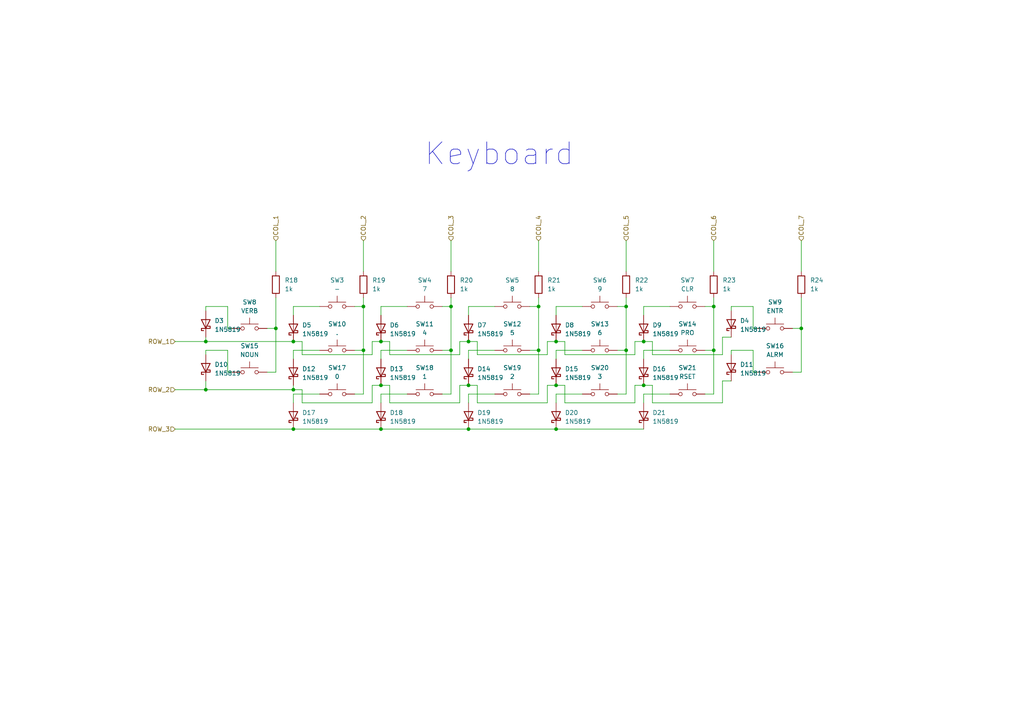
<source format=kicad_sch>
(kicad_sch (version 20250114) (generator "eeschema") (generator_version "9.0")
  (paper "A4")
  (lib_symbols
    (symbol "Device:D_Schottky" (pin_numbers (hide yes)) (pin_names (offset 1.016) (hide yes))
      (property "Reference" "D" (at 0 2.54 0))
      (property "Value" "D_Schottky" (at 0 -2.54 0))
      (symbol "D_Schottky_0_1"
        (polyline (pts (xy -1.905 0.635) (xy -1.905 1.27) (xy -1.27 1.27) (xy -1.27 -1.27) (xy -0.635 -1.27) (xy -0.635 -0.635)) (stroke (width 0.254)))
        (polyline (pts (xy 1.27 1.27) (xy 1.27 -1.27) (xy -1.27 0) (xy 1.27 1.27)) (stroke (width 0.254)))
        (polyline (pts (xy 1.27 0) (xy -1.27 0)))
      )
      (symbol "D_Schottky_1_1"
        (pin passive line (at -3.81 0 0) (length 2.54) (name "K") (number "1"))
        (pin passive line (at 3.81 0 180) (length 2.54) (name "A") (number "2"))
      )
    )
    (symbol "Device:R" (pin_numbers (hide yes)) (pin_names (offset 0))
      (property "Reference" "R" (at 2.032 0 90))
      (property "Value" "R" (at 0 0 90))
      (symbol "R_0_1"
        (rectangle (start -1.016 -2.54) (end 1.016 2.54) (stroke (width 0.254)))
      )
      (symbol "R_1_1"
        (pin passive line (at 0 3.81 270) (length 1.27) (name "~") (number "1"))
        (pin passive line (at 0 -3.81 90) (length 1.27) (name "~") (number "2"))
      )
    )
    (symbol "Switch:SW_Push" (pin_numbers (hide yes)) (pin_names (offset 1.016) (hide yes))
      (property "Reference" "SW" (at 1.27 2.54 0))
      (property "Value" "SW_Push" (at 0 -1.524 0))
      (symbol "SW_Push_0_1"
        (circle (center -2.032 0) (radius 0.508))
        (polyline (pts (xy 0 1.27) (xy 0 3.048)))
        (circle (center 2.032 0) (radius 0.508))
        (polyline (pts (xy 2.54 1.27) (xy -2.54 1.27)))
        (pin passive line (at -5.08 0 0) (length 2.54) (name "1") (number "1"))
        (pin passive line (at 5.08 0 180) (length 2.54) (name "2") (number "2"))
      )
    )
  )
  (text "Keyboard" (at 122.936 48.514 0) (effects (font (size 6.35 6.35)) (justify left bottom)))
  (junction (at 232.41 95.25))
  (junction (at 207.01 88.9))
  (junction (at 181.61 101.6))
  (junction (at 135.89 124.46))
  (junction (at 135.89 111.76))
  (junction (at 156.21 88.9))
  (junction (at 105.41 88.9))
  (junction (at 59.69 113.03))
  (junction (at 130.81 88.9))
  (junction (at 59.69 99.06))
  (junction (at 161.29 124.46))
  (junction (at 130.81 101.6))
  (junction (at 105.41 101.6))
  (junction (at 80.01 95.25))
  (junction (at 181.61 88.9))
  (junction (at 135.89 99.06))
  (junction (at 161.29 111.76))
  (junction (at 85.09 99.06))
  (junction (at 85.09 124.46))
  (junction (at 161.29 99.06))
  (junction (at 186.69 111.76))
  (junction (at 207.01 101.6))
  (junction (at 110.49 111.76))
  (junction (at 110.49 99.06))
  (junction (at 110.49 124.46))
  (junction (at 186.69 99.06))
  (junction (at 85.09 113.03))
  (junction (at 156.21 101.6))
  (wire (pts (xy 110.49 114.3) (xy 110.49 116.84)))
  (wire (pts (xy 184.15 99.06) (xy 186.69 99.06)))
  (wire (pts (xy 85.09 114.3) (xy 85.09 116.84)))
  (wire (pts (xy 130.81 88.9) (xy 130.81 101.6)))
  (wire (pts (xy 181.61 69.85) (xy 181.61 78.74)))
  (wire (pts (xy 161.29 99.06) (xy 163.83 99.06)))
  (wire (pts (xy 158.75 102.87) (xy 158.75 99.06)))
  (wire (pts (xy 186.69 114.3) (xy 186.69 116.84)))
  (wire (pts (xy 135.89 124.46) (xy 161.29 124.46)))
  (wire (pts (xy 163.83 116.84) (xy 184.15 116.84)))
  (wire (pts (xy 209.55 97.79) (xy 212.09 97.79)))
  (wire (pts (xy 179.07 101.6) (xy 181.61 101.6)))
  (wire (pts (xy 135.89 111.76) (xy 138.43 111.76)))
  (wire (pts (xy 85.09 88.9) (xy 85.09 91.44)))
  (wire (pts (xy 110.49 111.76) (xy 113.03 111.76)))
  (wire (pts (xy 59.69 110.49) (xy 59.69 113.03)))
  (wire (pts (xy 85.09 99.06) (xy 87.63 99.06)))
  (wire (pts (xy 87.63 113.03) (xy 87.63 116.84)))
  (wire (pts (xy 102.87 88.9) (xy 105.41 88.9)))
  (wire (pts (xy 209.55 110.49) (xy 209.55 116.84)))
  (wire (pts (xy 194.31 114.3) (xy 186.69 114.3)))
  (wire (pts (xy 181.61 88.9) (xy 181.61 101.6)))
  (wire (pts (xy 207.01 69.85) (xy 207.01 78.74)))
  (wire (pts (xy 66.04 101.6) (xy 59.69 101.6)))
  (wire (pts (xy 138.43 99.06) (xy 138.43 102.87)))
  (wire (pts (xy 113.03 99.06) (xy 113.03 102.87)))
  (wire (pts (xy 105.41 88.9) (xy 105.41 101.6)))
  (wire (pts (xy 207.01 86.36) (xy 207.01 88.9)))
  (wire (pts (xy 207.01 88.9) (xy 207.01 101.6)))
  (wire (pts (xy 107.95 102.87) (xy 107.95 99.06)))
  (wire (pts (xy 130.81 69.85) (xy 130.81 78.74)))
  (wire (pts (xy 161.29 101.6) (xy 161.29 104.14)))
  (wire (pts (xy 87.63 116.84) (xy 107.95 116.84)))
  (wire (pts (xy 138.43 111.76) (xy 138.43 116.84)))
  (wire (pts (xy 156.21 69.85) (xy 156.21 78.74)))
  (wire (pts (xy 158.75 111.76) (xy 161.29 111.76)))
  (wire (pts (xy 85.09 113.03) (xy 59.69 113.03)))
  (wire (pts (xy 161.29 114.3) (xy 161.29 116.84)))
  (wire (pts (xy 107.95 99.06) (xy 110.49 99.06)))
  (wire (pts (xy 85.09 124.46) (xy 110.49 124.46)))
  (wire (pts (xy 163.83 102.87) (xy 184.15 102.87)))
  (wire (pts (xy 232.41 107.95) (xy 229.87 107.95)))
  (wire (pts (xy 105.41 86.36) (xy 105.41 88.9)))
  (wire (pts (xy 77.47 95.25) (xy 80.01 95.25)))
  (wire (pts (xy 87.63 102.87) (xy 107.95 102.87)))
  (wire (pts (xy 113.03 102.87) (xy 133.35 102.87)))
  (wire (pts (xy 186.69 101.6) (xy 186.69 104.14)))
  (wire (pts (xy 135.89 101.6) (xy 135.89 104.14)))
  (wire (pts (xy 128.27 88.9) (xy 130.81 88.9)))
  (wire (pts (xy 194.31 88.9) (xy 186.69 88.9)))
  (wire (pts (xy 143.51 101.6) (xy 135.89 101.6)))
  (wire (pts (xy 85.09 111.76) (xy 85.09 113.03)))
  (wire (pts (xy 92.71 114.3) (xy 85.09 114.3)))
  (wire (pts (xy 161.29 111.76) (xy 163.83 111.76)))
  (wire (pts (xy 212.09 101.6) (xy 212.09 102.87)))
  (wire (pts (xy 107.95 111.76) (xy 110.49 111.76)))
  (wire (pts (xy 189.23 102.87) (xy 209.55 102.87)))
  (wire (pts (xy 186.69 88.9) (xy 186.69 91.44)))
  (wire (pts (xy 156.21 86.36) (xy 156.21 88.9)))
  (wire (pts (xy 110.49 124.46) (xy 135.89 124.46)))
  (wire (pts (xy 168.91 88.9) (xy 161.29 88.9)))
  (wire (pts (xy 67.31 95.25) (xy 66.04 95.25)))
  (wire (pts (xy 118.11 114.3) (xy 110.49 114.3)))
  (wire (pts (xy 218.44 95.25) (xy 218.44 88.9)))
  (wire (pts (xy 110.49 99.06) (xy 113.03 99.06)))
  (wire (pts (xy 66.04 95.25) (xy 66.04 88.9)))
  (wire (pts (xy 105.41 69.85) (xy 105.41 78.74)))
  (wire (pts (xy 186.69 111.76) (xy 189.23 111.76)))
  (wire (pts (xy 189.23 116.84) (xy 209.55 116.84)))
  (wire (pts (xy 161.29 124.46) (xy 186.69 124.46)))
  (wire (pts (xy 163.83 111.76) (xy 163.83 116.84)))
  (wire (pts (xy 85.09 99.06) (xy 59.69 99.06)))
  (wire (pts (xy 85.09 101.6) (xy 85.09 104.14)))
  (wire (pts (xy 209.55 102.87) (xy 209.55 97.79)))
  (wire (pts (xy 66.04 88.9) (xy 59.69 88.9)))
  (wire (pts (xy 143.51 114.3) (xy 135.89 114.3)))
  (wire (pts (xy 218.44 88.9) (xy 212.09 88.9)))
  (wire (pts (xy 207.01 101.6) (xy 207.01 114.3)))
  (wire (pts (xy 128.27 101.6) (xy 130.81 101.6)))
  (wire (pts (xy 232.41 95.25) (xy 229.87 95.25)))
  (wire (pts (xy 77.47 107.95) (xy 80.01 107.95)))
  (wire (pts (xy 158.75 99.06) (xy 161.29 99.06)))
  (wire (pts (xy 189.23 99.06) (xy 189.23 102.87)))
  (wire (pts (xy 207.01 101.6) (xy 204.47 101.6)))
  (wire (pts (xy 59.69 101.6) (xy 59.69 102.87)))
  (wire (pts (xy 135.89 88.9) (xy 135.89 91.44)))
  (wire (pts (xy 135.89 114.3) (xy 135.89 116.84)))
  (wire (pts (xy 113.03 116.84) (xy 133.35 116.84)))
  (wire (pts (xy 212.09 88.9) (xy 212.09 90.17)))
  (wire (pts (xy 59.69 97.79) (xy 59.69 99.06)))
  (wire (pts (xy 80.01 95.25) (xy 80.01 107.95)))
  (wire (pts (xy 232.41 69.85) (xy 232.41 78.74)))
  (wire (pts (xy 135.89 99.06) (xy 138.43 99.06)))
  (wire (pts (xy 153.67 88.9) (xy 156.21 88.9)))
  (wire (pts (xy 181.61 86.36) (xy 181.61 88.9)))
  (wire (pts (xy 113.03 111.76) (xy 113.03 116.84)))
  (wire (pts (xy 207.01 88.9) (xy 204.47 88.9)))
  (wire (pts (xy 50.8 124.46) (xy 85.09 124.46)))
  (wire (pts (xy 110.49 101.6) (xy 110.49 104.14)))
  (wire (pts (xy 80.01 86.36) (xy 80.01 95.25)))
  (wire (pts (xy 118.11 101.6) (xy 110.49 101.6)))
  (wire (pts (xy 156.21 88.9) (xy 156.21 101.6)))
  (wire (pts (xy 80.01 69.85) (xy 80.01 78.74)))
  (wire (pts (xy 163.83 99.06) (xy 163.83 102.87)))
  (wire (pts (xy 67.31 107.95) (xy 66.04 107.95)))
  (wire (pts (xy 87.63 99.06) (xy 87.63 102.87)))
  (wire (pts (xy 92.71 88.9) (xy 85.09 88.9)))
  (wire (pts (xy 50.8 113.03) (xy 59.69 113.03)))
  (wire (pts (xy 194.31 101.6) (xy 186.69 101.6)))
  (wire (pts (xy 219.71 107.95) (xy 218.44 107.95)))
  (wire (pts (xy 130.81 101.6) (xy 130.81 114.3)))
  (wire (pts (xy 133.35 111.76) (xy 135.89 111.76)))
  (wire (pts (xy 133.35 99.06) (xy 135.89 99.06)))
  (wire (pts (xy 168.91 101.6) (xy 161.29 101.6)))
  (wire (pts (xy 158.75 116.84) (xy 158.75 111.76)))
  (wire (pts (xy 105.41 101.6) (xy 105.41 114.3)))
  (wire (pts (xy 181.61 88.9) (xy 179.07 88.9)))
  (wire (pts (xy 212.09 110.49) (xy 209.55 110.49)))
  (wire (pts (xy 218.44 107.95) (xy 218.44 101.6)))
  (wire (pts (xy 85.09 113.03) (xy 87.63 113.03)))
  (wire (pts (xy 50.8 99.06) (xy 59.69 99.06)))
  (wire (pts (xy 92.71 101.6) (xy 85.09 101.6)))
  (wire (pts (xy 207.01 114.3) (xy 204.47 114.3)))
  (wire (pts (xy 232.41 86.36) (xy 232.41 95.25)))
  (wire (pts (xy 102.87 114.3) (xy 105.41 114.3)))
  (wire (pts (xy 130.81 86.36) (xy 130.81 88.9)))
  (wire (pts (xy 189.23 111.76) (xy 189.23 116.84)))
  (wire (pts (xy 153.67 101.6) (xy 156.21 101.6)))
  (wire (pts (xy 133.35 102.87) (xy 133.35 99.06)))
  (wire (pts (xy 219.71 95.25) (xy 218.44 95.25)))
  (wire (pts (xy 181.61 101.6) (xy 181.61 114.3)))
  (wire (pts (xy 138.43 116.84) (xy 158.75 116.84)))
  (wire (pts (xy 232.41 95.25) (xy 232.41 107.95)))
  (wire (pts (xy 133.35 116.84) (xy 133.35 111.76)))
  (wire (pts (xy 59.69 88.9) (xy 59.69 90.17)))
  (wire (pts (xy 66.04 107.95) (xy 66.04 101.6)))
  (wire (pts (xy 138.43 102.87) (xy 158.75 102.87)))
  (wire (pts (xy 186.69 99.06) (xy 189.23 99.06)))
  (wire (pts (xy 179.07 114.3) (xy 181.61 114.3)))
  (wire (pts (xy 156.21 114.3) (xy 153.67 114.3)))
  (wire (pts (xy 161.29 88.9) (xy 161.29 91.44)))
  (wire (pts (xy 102.87 101.6) (xy 105.41 101.6)))
  (wire (pts (xy 184.15 116.84) (xy 184.15 111.76)))
  (wire (pts (xy 218.44 101.6) (xy 212.09 101.6)))
  (wire (pts (xy 128.27 114.3) (xy 130.81 114.3)))
  (wire (pts (xy 110.49 88.9) (xy 110.49 91.44)))
  (wire (pts (xy 118.11 88.9) (xy 110.49 88.9)))
  (wire (pts (xy 107.95 116.84) (xy 107.95 111.76)))
  (wire (pts (xy 168.91 114.3) (xy 161.29 114.3)))
  (wire (pts (xy 184.15 111.76) (xy 186.69 111.76)))
  (wire (pts (xy 156.21 101.6) (xy 156.21 114.3)))
  (wire (pts (xy 184.15 102.87) (xy 184.15 99.06)))
  (wire (pts (xy 143.51 88.9) (xy 135.89 88.9)))
  (hierarchical_label "ROW_1" (shape input) (at 50.8 99.06 180))
  (hierarchical_label "COL_6" (shape input) (at 207.01 69.85 90))
  (hierarchical_label "COL_1" (shape input) (at 80.01 69.85 90))
  (hierarchical_label "ROW_3" (shape input) (at 50.8 124.46 180))
  (hierarchical_label "COL_2" (shape input) (at 105.41 69.85 90))
  (hierarchical_label "COL_4" (shape input) (at 156.21 69.85 90))
  (hierarchical_label "COL_3" (shape input) (at 130.81 69.85 90))
  (hierarchical_label "COL_7" (shape input) (at 232.41 69.85 90))
  (hierarchical_label "ROW_2" (shape input) (at 50.8 113.03 180))
  (hierarchical_label "COL_5" (shape input) (at 181.61 69.85 90))
  (symbol (lib_id "Device:D_Schottky") (at 110.49 107.95 90) (unit 1)
    (property "Reference" "D13" (at 113.03 106.9974 90) (effects (justify right)))
    (property "Value" "1N5819" (at 113.03 109.5374 90) (effects (justify right)))
    (property "Footprint" "Diode_THT:D_DO-41_SOD81_P7.62mm_Horizontal" (effects (hide yes)))
    (property "Description" "Schottky diode" (effects (hide yes)))
    (property "Sim.Device" "D" (effects (hide yes)))
    (property "Sim.Pins" "1=K 2=A" (effects (hide yes)))
  )
  (symbol (lib_id "Switch:SW_Push") (at 173.99 114.3 0) (unit 1)
    (property "Reference" "SW20" (at 173.99 106.68 0))
    (property "Value" "3" (at 173.99 109.22 0))
    (property "Footprint" "other_things:SW_Cherry_MX_1.00u_PCB" (effects (hide yes)))
    (property "Description" "Push button switch, generic, two pins" (effects (hide yes)))
  )
  (symbol (lib_id "Switch:SW_Push") (at 97.79 101.6 0) (unit 1)
    (property "Reference" "SW10" (at 97.79 93.98 0))
    (property "Value" "." (at 97.79 96.52 0))
    (property "Footprint" "other_things:SW_Cherry_MX_1.00u_PCB" (effects (hide yes)))
    (property "Description" "Push button switch, generic, two pins" (effects (hide yes)))
  )
  (symbol (lib_id "Device:D_Schottky") (at 186.69 120.65 90) (unit 1)
    (property "Reference" "D21" (at 189.23 119.6974 90) (effects (justify right)))
    (property "Value" "1N5819" (at 189.23 122.2374 90) (effects (justify right)))
    (property "Footprint" "Diode_THT:D_DO-41_SOD81_P7.62mm_Horizontal" (effects (hide yes)))
    (property "Description" "Schottky diode" (effects (hide yes)))
    (property "Sim.Device" "D" (effects (hide yes)))
    (property "Sim.Pins" "1=K 2=A" (effects (hide yes)))
  )
  (symbol (lib_id "Device:D_Schottky") (at 135.89 107.95 90) (unit 1)
    (property "Reference" "D14" (at 138.43 106.9974 90) (effects (justify right)))
    (property "Value" "1N5819" (at 138.43 109.5374 90) (effects (justify right)))
    (property "Footprint" "Diode_THT:D_DO-41_SOD81_P7.62mm_Horizontal" (effects (hide yes)))
    (property "Description" "Schottky diode" (effects (hide yes)))
    (property "Sim.Device" "D" (effects (hide yes)))
    (property "Sim.Pins" "1=K 2=A" (effects (hide yes)))
  )
  (symbol (lib_id "Switch:SW_Push") (at 97.79 88.9 0) (unit 1)
    (property "Reference" "SW3" (at 97.79 81.28 0))
    (property "Value" "-" (at 97.79 83.82 0))
    (property "Footprint" "other_things:SW_Cherry_MX_1.00u_PCB" (effects (hide yes)))
    (property "Description" "Push button switch, generic, two pins" (effects (hide yes)))
  )
  (symbol (lib_id "Switch:SW_Push") (at 173.99 88.9 0) (unit 1)
    (property "Reference" "SW6" (at 173.99 81.28 0))
    (property "Value" "9" (at 173.99 83.82 0))
    (property "Footprint" "other_things:SW_Cherry_MX_1.00u_PCB" (effects (hide yes)))
    (property "Description" "Push button switch, generic, two pins" (effects (hide yes)))
  )
  (symbol (lib_id "Device:D_Schottky") (at 59.69 93.98 90) (unit 1)
    (property "Reference" "D3" (at 62.23 93.0274 90) (effects (justify right)))
    (property "Value" "1N5819" (at 62.23 95.5674 90) (effects (justify right)))
    (property "Footprint" "Diode_THT:D_DO-41_SOD81_P7.62mm_Horizontal" (effects (hide yes)))
    (property "Description" "Schottky diode" (effects (hide yes)))
    (property "Sim.Device" "D" (effects (hide yes)))
    (property "Sim.Pins" "1=K 2=A" (effects (hide yes)))
  )
  (symbol (lib_id "Switch:SW_Push") (at 123.19 114.3 0) (unit 1)
    (property "Reference" "SW18" (at 123.19 106.68 0))
    (property "Value" "1" (at 123.19 109.22 0))
    (property "Footprint" "other_things:SW_Cherry_MX_1.00u_PCB" (effects (hide yes)))
    (property "Description" "Push button switch, generic, two pins" (effects (hide yes)))
  )
  (symbol (lib_id "Device:R") (at 130.81 82.55 0) (unit 1)
    (property "Reference" "R20" (at 133.35 81.2799 0) (effects (justify left)))
    (property "Value" "1k" (at 133.35 83.8199 0) (effects (justify left)))
    (property "Footprint" "Resistor_SMD:R_0603_1608Metric_Pad0.98x0.95mm_HandSolder" (effects (hide yes)))
    (property "Description" "Resistor" (effects (hide yes)))
  )
  (symbol (lib_id "Device:D_Schottky") (at 212.09 106.68 90) (unit 1)
    (property "Reference" "D11" (at 214.63 105.7274 90) (effects (justify right)))
    (property "Value" "1N5819" (at 214.63 108.2674 90) (effects (justify right)))
    (property "Footprint" "Diode_THT:D_DO-41_SOD81_P7.62mm_Horizontal" (effects (hide yes)))
    (property "Description" "Schottky diode" (effects (hide yes)))
    (property "Sim.Device" "D" (effects (hide yes)))
    (property "Sim.Pins" "1=K 2=A" (effects (hide yes)))
  )
  (symbol (lib_id "Device:R") (at 232.41 82.55 0) (unit 1)
    (property "Reference" "R24" (at 234.95 81.2799 0) (effects (justify left)))
    (property "Value" "1k" (at 234.95 83.8199 0) (effects (justify left)))
    (property "Footprint" "Resistor_SMD:R_0603_1608Metric_Pad0.98x0.95mm_HandSolder" (effects (hide yes)))
    (property "Description" "Resistor" (effects (hide yes)))
  )
  (symbol (lib_id "Device:R") (at 156.21 82.55 0) (unit 1)
    (property "Reference" "R21" (at 158.75 81.2799 0) (effects (justify left)))
    (property "Value" "1k" (at 158.75 83.8199 0) (effects (justify left)))
    (property "Footprint" "Resistor_SMD:R_0603_1608Metric_Pad0.98x0.95mm_HandSolder" (effects (hide yes)))
    (property "Description" "Resistor" (effects (hide yes)))
  )
  (symbol (lib_id "Switch:SW_Push") (at 148.59 101.6 0) (unit 1)
    (property "Reference" "SW12" (at 148.59 93.98 0))
    (property "Value" "5" (at 148.59 96.52 0))
    (property "Footprint" "other_things:SW_Cherry_MX_1.00u_PCB" (effects (hide yes)))
    (property "Description" "Push button switch, generic, two pins" (effects (hide yes)))
  )
  (symbol (lib_id "Switch:SW_Push") (at 148.59 88.9 0) (unit 1)
    (property "Reference" "SW5" (at 148.59 81.28 0))
    (property "Value" "8" (at 148.59 83.82 0))
    (property "Footprint" "other_things:SW_Cherry_MX_1.00u_PCB" (effects (hide yes)))
    (property "Description" "Push button switch, generic, two pins" (effects (hide yes)))
  )
  (symbol (lib_id "Switch:SW_Push") (at 199.39 101.6 0) (unit 1)
    (property "Reference" "SW14" (at 199.39 93.98 0))
    (property "Value" "PRO" (at 199.39 96.52 0))
    (property "Footprint" "other_things:SW_Cherry_MX_1.00u_PCB" (effects (hide yes)))
    (property "Description" "Push button switch, generic, two pins" (effects (hide yes)))
  )
  (symbol (lib_id "Switch:SW_Push") (at 123.19 88.9 0) (unit 1)
    (property "Reference" "SW4" (at 123.19 81.28 0))
    (property "Value" "7" (at 123.19 83.82 0))
    (property "Footprint" "other_things:SW_Cherry_MX_1.00u_PCB" (effects (hide yes)))
    (property "Description" "Push button switch, generic, two pins" (effects (hide yes)))
  )
  (symbol (lib_id "Switch:SW_Push") (at 72.39 95.25 0) (unit 1)
    (property "Reference" "SW8" (at 72.39 87.63 0))
    (property "Value" "VERB" (at 72.39 90.17 0))
    (property "Footprint" "other_things:SW_Cherry_MX_1.00u_PCB" (effects (hide yes)))
    (property "Description" "Push button switch, generic, two pins" (effects (hide yes)))
  )
  (symbol (lib_id "Switch:SW_Push") (at 199.39 88.9 0) (unit 1)
    (property "Reference" "SW7" (at 199.39 81.28 0))
    (property "Value" "CLR" (at 199.39 83.82 0))
    (property "Footprint" "other_things:SW_Cherry_MX_1.00u_PCB" (effects (hide yes)))
    (property "Description" "Push button switch, generic, two pins" (effects (hide yes)))
  )
  (symbol (lib_id "Switch:SW_Push") (at 72.39 107.95 0) (unit 1)
    (property "Reference" "SW15" (at 72.39 100.33 0))
    (property "Value" "NOUN" (at 72.39 102.87 0))
    (property "Footprint" "other_things:SW_Cherry_MX_1.00u_PCB" (effects (hide yes)))
    (property "Description" "Push button switch, generic, two pins" (effects (hide yes)))
  )
  (symbol (lib_id "Device:D_Schottky") (at 135.89 120.65 90) (unit 1)
    (property "Reference" "D19" (at 138.43 119.6974 90) (effects (justify right)))
    (property "Value" "1N5819" (at 138.43 122.2374 90) (effects (justify right)))
    (property "Footprint" "Diode_THT:D_DO-41_SOD81_P7.62mm_Horizontal" (effects (hide yes)))
    (property "Description" "Schottky diode" (effects (hide yes)))
    (property "Sim.Device" "D" (effects (hide yes)))
    (property "Sim.Pins" "1=K 2=A" (effects (hide yes)))
  )
  (symbol (lib_id "Switch:SW_Push") (at 148.59 114.3 0) (unit 1)
    (property "Reference" "SW19" (at 148.59 106.68 0))
    (property "Value" "2" (at 148.59 109.22 0))
    (property "Footprint" "other_things:SW_Cherry_MX_1.00u_PCB" (effects (hide yes)))
    (property "Description" "Push button switch, generic, two pins" (effects (hide yes)))
  )
  (symbol (lib_id "Device:D_Schottky") (at 212.09 93.98 90) (unit 1)
    (property "Reference" "D4" (at 214.63 93.0274 90) (effects (justify right)))
    (property "Value" "1N5819" (at 214.63 95.5674 90) (effects (justify right)))
    (property "Footprint" "Diode_THT:D_DO-41_SOD81_P7.62mm_Horizontal" (effects (hide yes)))
    (property "Description" "Schottky diode" (effects (hide yes)))
    (property "Sim.Device" "D" (effects (hide yes)))
    (property "Sim.Pins" "1=K 2=A" (effects (hide yes)))
  )
  (symbol (lib_id "Device:D_Schottky") (at 85.09 120.65 90) (unit 1)
    (property "Reference" "D17" (at 87.63 119.6974 90) (effects (justify right)))
    (property "Value" "1N5819" (at 87.63 122.2374 90) (effects (justify right)))
    (property "Footprint" "Diode_THT:D_DO-41_SOD81_P7.62mm_Horizontal" (effects (hide yes)))
    (property "Description" "Schottky diode" (effects (hide yes)))
    (property "Sim.Device" "D" (effects (hide yes)))
    (property "Sim.Pins" "1=K 2=A" (effects (hide yes)))
  )
  (symbol (lib_id "Switch:SW_Push") (at 199.39 114.3 0) (unit 1)
    (property "Reference" "SW21" (at 199.39 106.68 0))
    (property "Value" "RSET" (at 199.39 109.22 0))
    (property "Footprint" "other_things:SW_Cherry_MX_1.00u_PCB" (effects (hide yes)))
    (property "Description" "Push button switch, generic, two pins" (effects (hide yes)))
  )
  (symbol (lib_id "Device:D_Schottky") (at 161.29 107.95 90) (unit 1)
    (property "Reference" "D15" (at 163.83 106.9974 90) (effects (justify right)))
    (property "Value" "1N5819" (at 163.83 109.5374 90) (effects (justify right)))
    (property "Footprint" "Diode_THT:D_DO-41_SOD81_P7.62mm_Horizontal" (effects (hide yes)))
    (property "Description" "Schottky diode" (effects (hide yes)))
    (property "Sim.Device" "D" (effects (hide yes)))
    (property "Sim.Pins" "1=K 2=A" (effects (hide yes)))
  )
  (symbol (lib_id "Device:D_Schottky") (at 161.29 120.65 90) (unit 1)
    (property "Reference" "D20" (at 163.83 119.6974 90) (effects (justify right)))
    (property "Value" "1N5819" (at 163.83 122.2374 90) (effects (justify right)))
    (property "Footprint" "Diode_THT:D_DO-41_SOD81_P7.62mm_Horizontal" (effects (hide yes)))
    (property "Description" "Schottky diode" (effects (hide yes)))
    (property "Sim.Device" "D" (effects (hide yes)))
    (property "Sim.Pins" "1=K 2=A" (effects (hide yes)))
  )
  (symbol (lib_id "Device:D_Schottky") (at 85.09 95.25 90) (unit 1)
    (property "Reference" "D5" (at 87.63 94.2974 90) (effects (justify right)))
    (property "Value" "1N5819" (at 87.63 96.8374 90) (effects (justify right)))
    (property "Footprint" "Diode_THT:D_DO-41_SOD81_P7.62mm_Horizontal" (effects (hide yes)))
    (property "Description" "Schottky diode" (effects (hide yes)))
    (property "Sim.Device" "D" (effects (hide yes)))
    (property "Sim.Pins" "1=K 2=A" (effects (hide yes)))
  )
  (symbol (lib_id "Switch:SW_Push") (at 173.99 101.6 0) (unit 1)
    (property "Reference" "SW13" (at 173.99 93.98 0))
    (property "Value" "6" (at 173.99 96.52 0))
    (property "Footprint" "other_things:SW_Cherry_MX_1.00u_PCB" (effects (hide yes)))
    (property "Description" "Push button switch, generic, two pins" (effects (hide yes)))
  )
  (symbol (lib_id "Device:R") (at 181.61 82.55 0) (unit 1)
    (property "Reference" "R22" (at 184.15 81.2799 0) (effects (justify left)))
    (property "Value" "1k" (at 184.15 83.8199 0) (effects (justify left)))
    (property "Footprint" "Resistor_SMD:R_0603_1608Metric_Pad0.98x0.95mm_HandSolder" (effects (hide yes)))
    (property "Description" "Resistor" (effects (hide yes)))
  )
  (symbol (lib_id "Device:D_Schottky") (at 85.09 107.95 90) (unit 1)
    (property "Reference" "D12" (at 87.63 106.9974 90) (effects (justify right)))
    (property "Value" "1N5819" (at 87.63 109.5374 90) (effects (justify right)))
    (property "Footprint" "Diode_THT:D_DO-41_SOD81_P7.62mm_Horizontal" (effects (hide yes)))
    (property "Description" "Schottky diode" (effects (hide yes)))
    (property "Sim.Device" "D" (effects (hide yes)))
    (property "Sim.Pins" "1=K 2=A" (effects (hide yes)))
  )
  (symbol (lib_id "Device:D_Schottky") (at 110.49 120.65 90) (unit 1)
    (property "Reference" "D18" (at 113.03 119.6974 90) (effects (justify right)))
    (property "Value" "1N5819" (at 113.03 122.2374 90) (effects (justify right)))
    (property "Footprint" "Diode_THT:D_DO-41_SOD81_P7.62mm_Horizontal" (effects (hide yes)))
    (property "Description" "Schottky diode" (effects (hide yes)))
    (property "Sim.Device" "D" (effects (hide yes)))
    (property "Sim.Pins" "1=K 2=A" (effects (hide yes)))
  )
  (symbol (lib_id "Switch:SW_Push") (at 123.19 101.6 0) (unit 1)
    (property "Reference" "SW11" (at 123.19 93.98 0))
    (property "Value" "4" (at 123.19 96.52 0))
    (property "Footprint" "other_things:SW_Cherry_MX_1.00u_PCB" (effects (hide yes)))
    (property "Description" "Push button switch, generic, two pins" (effects (hide yes)))
  )
  (symbol (lib_id "Device:R") (at 105.41 82.55 0) (unit 1)
    (property "Reference" "R19" (at 107.95 81.2799 0) (effects (justify left)))
    (property "Value" "1k" (at 107.95 83.8199 0) (effects (justify left)))
    (property "Footprint" "Resistor_SMD:R_0603_1608Metric_Pad0.98x0.95mm_HandSolder" (effects (hide yes)))
    (property "Description" "Resistor" (effects (hide yes)))
  )
  (symbol (lib_id "Device:D_Schottky") (at 186.69 107.95 90) (unit 1)
    (property "Reference" "D16" (at 189.23 106.9974 90) (effects (justify right)))
    (property "Value" "1N5819" (at 189.23 109.5374 90) (effects (justify right)))
    (property "Footprint" "Diode_THT:D_DO-41_SOD81_P7.62mm_Horizontal" (effects (hide yes)))
    (property "Description" "Schottky diode" (effects (hide yes)))
    (property "Sim.Device" "D" (effects (hide yes)))
    (property "Sim.Pins" "1=K 2=A" (effects (hide yes)))
  )
  (symbol (lib_id "Device:D_Schottky") (at 59.69 106.68 90) (unit 1)
    (property "Reference" "D10" (at 62.23 105.7274 90) (effects (justify right)))
    (property "Value" "1N5819" (at 62.23 108.2674 90) (effects (justify right)))
    (property "Footprint" "Diode_THT:D_DO-41_SOD81_P7.62mm_Horizontal" (effects (hide yes)))
    (property "Description" "Schottky diode" (effects (hide yes)))
    (property "Sim.Device" "D" (effects (hide yes)))
    (property "Sim.Pins" "1=K 2=A" (effects (hide yes)))
  )
  (symbol (lib_id "Switch:SW_Push") (at 224.79 95.25 0) (unit 1)
    (property "Reference" "SW9" (at 224.79 87.63 0))
    (property "Value" "ENTR" (at 224.79 90.17 0))
    (property "Footprint" "other_things:SW_Cherry_MX_1.00u_PCB" (effects (hide yes)))
    (property "Description" "Push button switch, generic, two pins" (effects (hide yes)))
  )
  (symbol (lib_id "Switch:SW_Push") (at 224.79 107.95 0) (unit 1)
    (property "Reference" "SW16" (at 224.79 100.33 0))
    (property "Value" "ALRM" (at 224.79 102.87 0))
    (property "Footprint" "other_things:SW_Cherry_MX_1.00u_PCB" (effects (hide yes)))
    (property "Description" "Push button switch, generic, two pins" (effects (hide yes)))
  )
  (symbol (lib_id "Switch:SW_Push") (at 97.79 114.3 0) (unit 1)
    (property "Reference" "SW17" (at 97.79 106.68 0))
    (property "Value" "0" (at 97.79 109.22 0))
    (property "Footprint" "other_things:SW_Cherry_MX_1.00u_PCB" (effects (hide yes)))
    (property "Description" "Push button switch, generic, two pins" (effects (hide yes)))
  )
  (symbol (lib_id "Device:R") (at 207.01 82.55 0) (unit 1)
    (property "Reference" "R23" (at 209.55 81.2799 0) (effects (justify left)))
    (property "Value" "1k" (at 209.55 83.8199 0) (effects (justify left)))
    (property "Footprint" "Resistor_SMD:R_0603_1608Metric_Pad0.98x0.95mm_HandSolder" (effects (hide yes)))
    (property "Description" "Resistor" (effects (hide yes)))
  )
  (symbol (lib_id "Device:D_Schottky") (at 110.49 95.25 90) (unit 1)
    (property "Reference" "D6" (at 113.03 94.2974 90) (effects (justify right)))
    (property "Value" "1N5819" (at 113.03 96.8374 90) (effects (justify right)))
    (property "Footprint" "Diode_THT:D_DO-41_SOD81_P7.62mm_Horizontal" (effects (hide yes)))
    (property "Description" "Schottky diode" (effects (hide yes)))
    (property "Sim.Device" "D" (effects (hide yes)))
    (property "Sim.Pins" "1=K 2=A" (effects (hide yes)))
  )
  (symbol (lib_id "Device:R") (at 80.01 82.55 0) (unit 1)
    (property "Reference" "R18" (at 82.55 81.2799 0) (effects (justify left)))
    (property "Value" "1k" (at 82.55 83.8199 0) (effects (justify left)))
    (property "Footprint" "Resistor_SMD:R_0603_1608Metric_Pad0.98x0.95mm_HandSolder" (effects (hide yes)))
    (property "Description" "Resistor" (effects (hide yes)))
  )
  (symbol (lib_id "Device:D_Schottky") (at 161.29 95.25 90) (unit 1)
    (property "Reference" "D8" (at 163.83 94.2974 90) (effects (justify right)))
    (property "Value" "1N5819" (at 163.83 96.8374 90) (effects (justify right)))
    (property "Footprint" "Diode_THT:D_DO-41_SOD81_P7.62mm_Horizontal" (effects (hide yes)))
    (property "Description" "Schottky diode" (effects (hide yes)))
    (property "Sim.Device" "D" (effects (hide yes)))
    (property "Sim.Pins" "1=K 2=A" (effects (hide yes)))
  )
  (symbol (lib_id "Device:D_Schottky") (at 186.69 95.25 90) (unit 1)
    (property "Reference" "D9" (at 189.23 94.2974 90) (effects (justify right)))
    (property "Value" "1N5819" (at 189.23 96.8374 90) (effects (justify right)))
    (property "Footprint" "Diode_THT:D_DO-41_SOD81_P7.62mm_Horizontal" (effects (hide yes)))
    (property "Description" "Schottky diode" (effects (hide yes)))
    (property "Sim.Device" "D" (effects (hide yes)))
    (property "Sim.Pins" "1=K 2=A" (effects (hide yes)))
  )
  (symbol (lib_id "Device:D_Schottky") (at 135.89 95.25 90) (unit 1)
    (property "Reference" "D7" (at 138.43 94.2974 90) (effects (justify right)))
    (property "Value" "1N5819" (at 138.43 96.8374 90) (effects (justify right)))
    (property "Footprint" "Diode_THT:D_DO-41_SOD81_P7.62mm_Horizontal" (effects (hide yes)))
    (property "Description" "Schottky diode" (effects (hide yes)))
    (property "Sim.Device" "D" (effects (hide yes)))
    (property "Sim.Pins" "1=K 2=A" (effects (hide yes)))
  )
)
</source>
